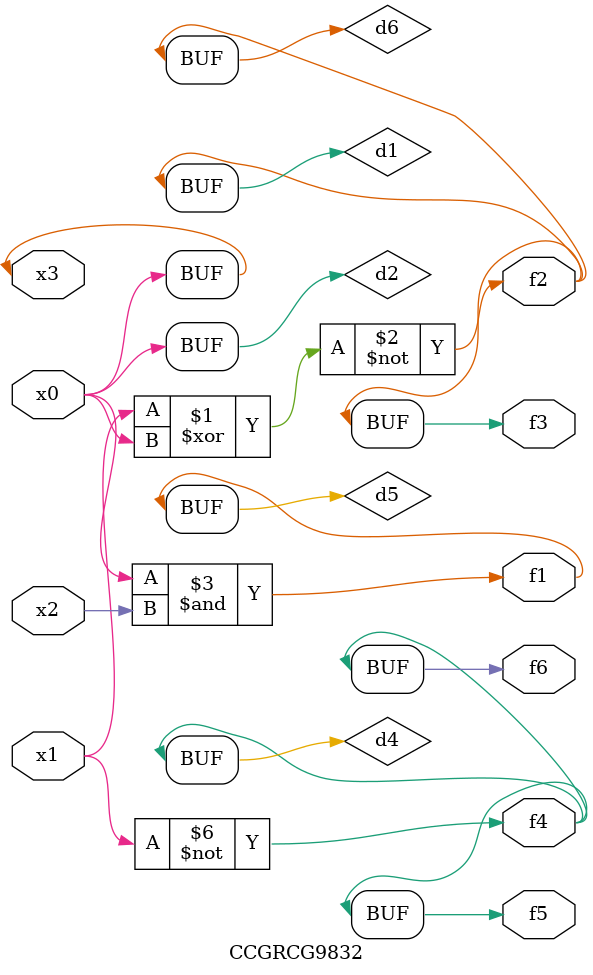
<source format=v>
module CCGRCG9832(
	input x0, x1, x2, x3,
	output f1, f2, f3, f4, f5, f6
);

	wire d1, d2, d3, d4, d5, d6;

	xnor (d1, x1, x3);
	buf (d2, x0, x3);
	nand (d3, x0, x2);
	not (d4, x1);
	nand (d5, d3);
	or (d6, d1);
	assign f1 = d5;
	assign f2 = d6;
	assign f3 = d6;
	assign f4 = d4;
	assign f5 = d4;
	assign f6 = d4;
endmodule

</source>
